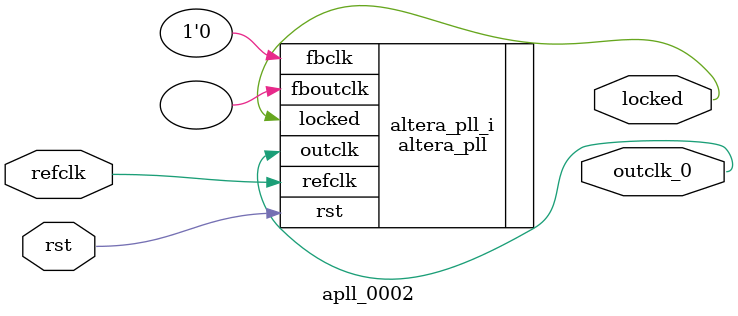
<source format=v>
`timescale 1ns/10ps
module  apll_0002(

	// interface 'refclk'
	input wire refclk,

	// interface 'reset'
	input wire rst,

	// interface 'outclk0'
	output wire outclk_0,

	// interface 'locked'
	output wire locked
);

	altera_pll #(
		.fractional_vco_multiplier("false"),
		.reference_clock_frequency("50.0 MHz"),
		.operation_mode("normal"),
		.number_of_clocks(1),
		.output_clock_frequency0("106.500000 MHz"),
		.phase_shift0("0 ps"),
		.duty_cycle0(50),
		.output_clock_frequency1("0 MHz"),
		.phase_shift1("0 ps"),
		.duty_cycle1(50),
		.output_clock_frequency2("0 MHz"),
		.phase_shift2("0 ps"),
		.duty_cycle2(50),
		.output_clock_frequency3("0 MHz"),
		.phase_shift3("0 ps"),
		.duty_cycle3(50),
		.output_clock_frequency4("0 MHz"),
		.phase_shift4("0 ps"),
		.duty_cycle4(50),
		.output_clock_frequency5("0 MHz"),
		.phase_shift5("0 ps"),
		.duty_cycle5(50),
		.output_clock_frequency6("0 MHz"),
		.phase_shift6("0 ps"),
		.duty_cycle6(50),
		.output_clock_frequency7("0 MHz"),
		.phase_shift7("0 ps"),
		.duty_cycle7(50),
		.output_clock_frequency8("0 MHz"),
		.phase_shift8("0 ps"),
		.duty_cycle8(50),
		.output_clock_frequency9("0 MHz"),
		.phase_shift9("0 ps"),
		.duty_cycle9(50),
		.output_clock_frequency10("0 MHz"),
		.phase_shift10("0 ps"),
		.duty_cycle10(50),
		.output_clock_frequency11("0 MHz"),
		.phase_shift11("0 ps"),
		.duty_cycle11(50),
		.output_clock_frequency12("0 MHz"),
		.phase_shift12("0 ps"),
		.duty_cycle12(50),
		.output_clock_frequency13("0 MHz"),
		.phase_shift13("0 ps"),
		.duty_cycle13(50),
		.output_clock_frequency14("0 MHz"),
		.phase_shift14("0 ps"),
		.duty_cycle14(50),
		.output_clock_frequency15("0 MHz"),
		.phase_shift15("0 ps"),
		.duty_cycle15(50),
		.output_clock_frequency16("0 MHz"),
		.phase_shift16("0 ps"),
		.duty_cycle16(50),
		.output_clock_frequency17("0 MHz"),
		.phase_shift17("0 ps"),
		.duty_cycle17(50),
		.pll_type("General"),
		.pll_subtype("General")
	) altera_pll_i (
		.rst	(rst),
		.outclk	({outclk_0}),
		.locked	(locked),
		.fboutclk	( ),
		.fbclk	(1'b0),
		.refclk	(refclk)
	);
endmodule


</source>
